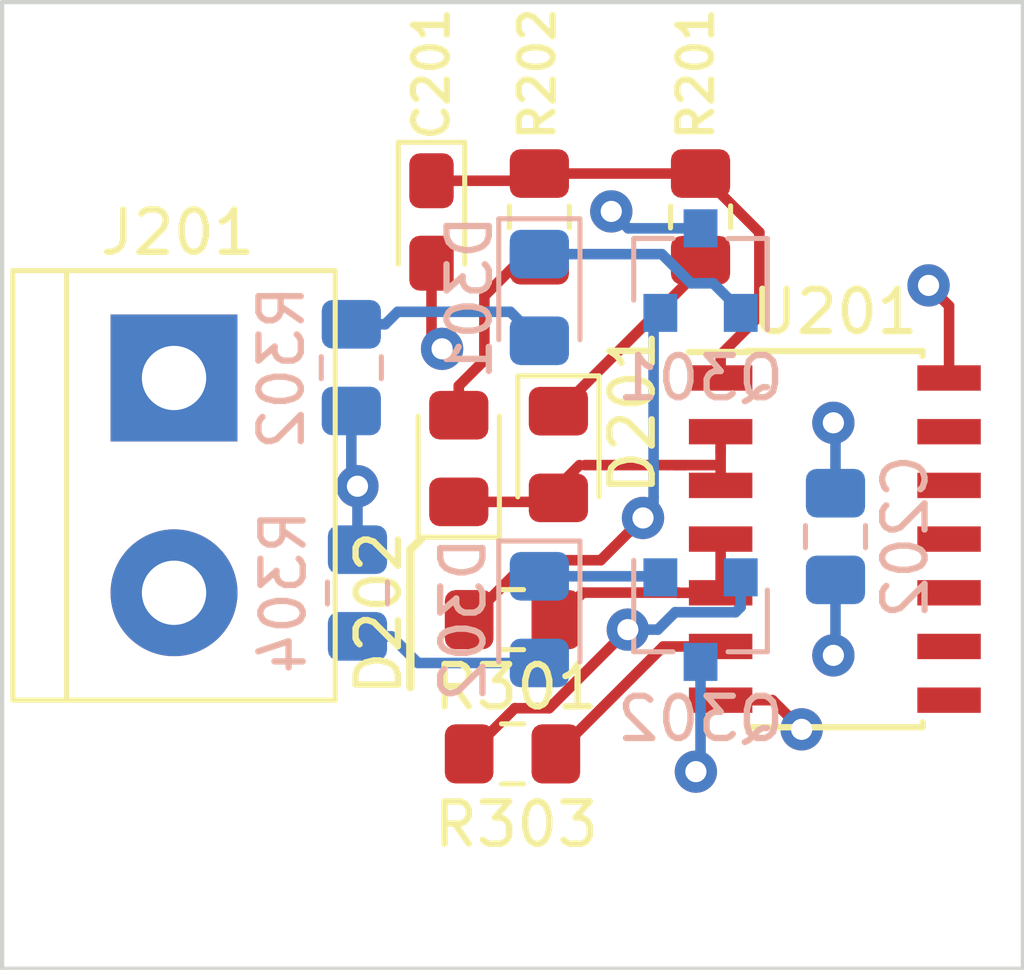
<source format=kicad_pcb>
(kicad_pcb (version 20171130) (host pcbnew "(5.0.0)")

  (general
    (thickness 1.6)
    (drawings 8)
    (tracks 90)
    (zones 0)
    (modules 20)
    (nets 15)
  )

  (page A4)
  (layers
    (0 F.Cu signal hide)
    (1 In1.Cu.GND power hide)
    (2 In2.Cu.VCC power hide)
    (31 B.Cu signal)
    (32 B.Adhes user hide)
    (33 F.Adhes user hide)
    (34 B.Paste user hide)
    (35 F.Paste user hide)
    (36 B.SilkS user)
    (37 F.SilkS user hide)
    (38 B.Mask user hide)
    (39 F.Mask user hide)
    (40 Dwgs.User user hide)
    (41 Cmts.User user)
    (42 Eco1.User user)
    (43 Eco2.User user)
    (44 Edge.Cuts user)
    (45 Margin user)
    (46 B.CrtYd user hide)
    (47 F.CrtYd user hide)
    (48 B.Fab user hide)
    (49 F.Fab user hide)
  )

  (setup
    (last_trace_width 0.25)
    (user_trace_width 0.3)
    (user_trace_width 0.5)
    (user_trace_width 0.8)
    (user_trace_width 1)
    (trace_clearance 0.25)
    (zone_clearance 0.508)
    (zone_45_only no)
    (trace_min 0.2)
    (segment_width 0.2)
    (edge_width 0.1)
    (via_size 1)
    (via_drill 0.5)
    (via_min_size 0.4)
    (via_min_drill 0.3)
    (user_via 1.4 0.7)
    (uvia_size 0.3)
    (uvia_drill 0.1)
    (uvias_allowed no)
    (uvia_min_size 0.2)
    (uvia_min_drill 0.1)
    (pcb_text_width 0.3)
    (pcb_text_size 1.5 1.5)
    (mod_edge_width 0.15)
    (mod_text_size 1 1)
    (mod_text_width 0.15)
    (pad_size 1.5 1.5)
    (pad_drill 0.6)
    (pad_to_mask_clearance 0)
    (aux_axis_origin 0 0)
    (visible_elements FFFFFF7F)
    (pcbplotparams
      (layerselection 0x010fc_ffffffff)
      (usegerberextensions false)
      (usegerberattributes false)
      (usegerberadvancedattributes false)
      (creategerberjobfile false)
      (excludeedgelayer true)
      (linewidth 0.100000)
      (plotframeref false)
      (viasonmask false)
      (mode 1)
      (useauxorigin false)
      (hpglpennumber 1)
      (hpglpenspeed 20)
      (hpglpendiameter 15.000000)
      (psnegative false)
      (psa4output false)
      (plotreference true)
      (plotvalue true)
      (plotinvisibletext false)
      (padsonsilk false)
      (subtractmaskfromsilk false)
      (outputformat 1)
      (mirror false)
      (drillshape 1)
      (scaleselection 1)
      (outputdirectory ""))
  )

  (net 0 "")
  (net 1 "Net-(C201-Pad1)")
  (net 2 GND)
  (net 3 +5V)
  (net 4 "Net-(D201-Pad2)")
  (net 5 "Net-(D201-Pad1)")
  (net 6 "Net-(D202-Pad2)")
  (net 7 "Net-(D301-Pad1)")
  (net 8 "Net-(D301-Pad2)")
  (net 9 "Net-(D302-Pad2)")
  (net 10 "Net-(D302-Pad1)")
  (net 11 "Net-(Q301-Pad2)")
  (net 12 "Net-(Q302-Pad2)")
  (net 13 "/Circuito con leds/LED1")
  (net 14 "/Circuito con leds/LED2")

  (net_class Default "Esta es la clase de red por defecto."
    (clearance 0.25)
    (trace_width 0.25)
    (via_dia 1)
    (via_drill 0.5)
    (uvia_dia 0.3)
    (uvia_drill 0.1)
    (add_net +5V)
    (add_net "/Circuito con leds/LED1")
    (add_net "/Circuito con leds/LED2")
    (add_net GND)
    (add_net "Net-(C201-Pad1)")
    (add_net "Net-(D201-Pad1)")
    (add_net "Net-(D201-Pad2)")
    (add_net "Net-(D202-Pad2)")
    (add_net "Net-(D301-Pad1)")
    (add_net "Net-(D301-Pad2)")
    (add_net "Net-(D302-Pad1)")
    (add_net "Net-(D302-Pad2)")
    (add_net "Net-(Q301-Pad2)")
    (add_net "Net-(Q302-Pad2)")
  )

  (module Capacitor_Tantalum_SMD:CP_EIA-2012-12_Kemet-R_Pad1.30x1.05mm_HandSolder (layer F.Cu) (tedit 5BB7F7EF) (tstamp 5BC43430)
    (at 175.25 56 270)
    (descr "Tantalum Capacitor SMD Kemet-R (2012-12 Metric), IPC_7351 nominal, (Body size from: https://www.vishay.com/docs/40182/tmch.pdf), generated with kicad-footprint-generator")
    (tags "capacitor tantalum")
    (path /5BB7D356/5BB7E09E)
    (attr smd)
    (fp_text reference C201 (at -3.5 0 270) (layer F.SilkS)
      (effects (font (size 0.8 0.8) (thickness 0.15)))
    )
    (fp_text value CP (at 0 1.58 270) (layer F.Fab)
      (effects (font (size 1 1) (thickness 0.15)))
    )
    (fp_line (start 1 -0.625) (end -0.6875 -0.625) (layer F.Fab) (width 0.1))
    (fp_line (start -0.6875 -0.625) (end -1 -0.3125) (layer F.Fab) (width 0.1))
    (fp_line (start -1 -0.3125) (end -1 0.625) (layer F.Fab) (width 0.1))
    (fp_line (start -1 0.625) (end 1 0.625) (layer F.Fab) (width 0.1))
    (fp_line (start 1 0.625) (end 1 -0.625) (layer F.Fab) (width 0.1))
    (fp_line (start 1 -0.785) (end -1.885 -0.785) (layer F.SilkS) (width 0.12))
    (fp_line (start -1.885 -0.785) (end -1.885 0.785) (layer F.SilkS) (width 0.12))
    (fp_line (start -1.885 0.785) (end 1 0.785) (layer F.SilkS) (width 0.12))
    (fp_line (start -1.88 0.88) (end -1.88 -0.88) (layer F.CrtYd) (width 0.05))
    (fp_line (start -1.88 -0.88) (end 1.88 -0.88) (layer F.CrtYd) (width 0.05))
    (fp_line (start 1.88 -0.88) (end 1.88 0.88) (layer F.CrtYd) (width 0.05))
    (fp_line (start 1.88 0.88) (end -1.88 0.88) (layer F.CrtYd) (width 0.05))
    (fp_text user %R (at 0 0 270) (layer F.Fab)
      (effects (font (size 0.5 0.5) (thickness 0.08)))
    )
    (pad 1 smd roundrect (at -0.975 0 270) (size 1.3 1.05) (layers F.Cu F.Paste F.Mask) (roundrect_rratio 0.238095)
      (net 1 "Net-(C201-Pad1)"))
    (pad 2 smd roundrect (at 0.975 0 270) (size 1.3 1.05) (layers F.Cu F.Paste F.Mask) (roundrect_rratio 0.238095)
      (net 2 GND))
    (model ${KISYS3DMOD}/Capacitor_Tantalum_SMD.3dshapes/CP_EIA-2012-12_Kemet-R.wrl
      (at (xyz 0 0 0))
      (scale (xyz 1 1 1))
      (rotate (xyz 0 0 0))
    )
  )

  (module Capacitor_SMD:C_0805_2012Metric_Pad1.15x1.40mm_HandSolder locked (layer B.Cu) (tedit 5B36C52B) (tstamp 5BC43441)
    (at 184.8 63.44 90)
    (descr "Capacitor SMD 0805 (2012 Metric), square (rectangular) end terminal, IPC_7351 nominal with elongated pad for handsoldering. (Body size source: https://docs.google.com/spreadsheets/d/1BsfQQcO9C6DZCsRaXUlFlo91Tg2WpOkGARC1WS5S8t0/edit?usp=sharing), generated with kicad-footprint-generator")
    (tags "capacitor handsolder")
    (path /5BB7D356/5BB7D685)
    (attr smd)
    (fp_text reference C202 (at 0 1.65 90) (layer B.SilkS)
      (effects (font (size 1 1) (thickness 0.15)) (justify mirror))
    )
    (fp_text value 0.1u (at 0 -1.65 90) (layer B.Fab)
      (effects (font (size 1 1) (thickness 0.15)) (justify mirror))
    )
    (fp_line (start -1 -0.6) (end -1 0.6) (layer B.Fab) (width 0.1))
    (fp_line (start -1 0.6) (end 1 0.6) (layer B.Fab) (width 0.1))
    (fp_line (start 1 0.6) (end 1 -0.6) (layer B.Fab) (width 0.1))
    (fp_line (start 1 -0.6) (end -1 -0.6) (layer B.Fab) (width 0.1))
    (fp_line (start -0.261252 0.71) (end 0.261252 0.71) (layer B.SilkS) (width 0.12))
    (fp_line (start -0.261252 -0.71) (end 0.261252 -0.71) (layer B.SilkS) (width 0.12))
    (fp_line (start -1.85 -0.95) (end -1.85 0.95) (layer B.CrtYd) (width 0.05))
    (fp_line (start -1.85 0.95) (end 1.85 0.95) (layer B.CrtYd) (width 0.05))
    (fp_line (start 1.85 0.95) (end 1.85 -0.95) (layer B.CrtYd) (width 0.05))
    (fp_line (start 1.85 -0.95) (end -1.85 -0.95) (layer B.CrtYd) (width 0.05))
    (fp_text user %R (at 0 0.635 90) (layer B.Fab)
      (effects (font (size 0.5 0.5) (thickness 0.08)) (justify mirror))
    )
    (pad 1 smd roundrect (at -1.025 0 90) (size 1.15 1.4) (layers B.Cu B.Paste B.Mask) (roundrect_rratio 0.217391)
      (net 3 +5V))
    (pad 2 smd roundrect (at 1.025 0 90) (size 1.15 1.4) (layers B.Cu B.Paste B.Mask) (roundrect_rratio 0.217391)
      (net 2 GND))
    (model ${KISYS3DMOD}/Capacitor_SMD.3dshapes/C_0805_2012Metric.wrl
      (at (xyz 0 0 0))
      (scale (xyz 1 1 1))
      (rotate (xyz 0 0 0))
    )
  )

  (module Diode_SMD:D_0805_2012Metric_Pad1.15x1.40mm_HandSolder (layer F.Cu) (tedit 5B4B45C8) (tstamp 5BC43454)
    (at 178.25 61.5 270)
    (descr "Diode SMD 0805 (2012 Metric), square (rectangular) end terminal, IPC_7351 nominal, (Body size source: https://docs.google.com/spreadsheets/d/1BsfQQcO9C6DZCsRaXUlFlo91Tg2WpOkGARC1WS5S8t0/edit?usp=sharing), generated with kicad-footprint-generator")
    (tags "diode handsolder")
    (path /5BB7D356/5BB7DE05)
    (attr smd)
    (fp_text reference D201 (at -1 -1.75 270) (layer F.SilkS)
      (effects (font (size 1 1) (thickness 0.15)))
    )
    (fp_text value 1N4148 (at 0 1.65 270) (layer F.Fab)
      (effects (font (size 1 1) (thickness 0.15)))
    )
    (fp_text user %R (at 0 0 270) (layer F.Fab)
      (effects (font (size 0.5 0.5) (thickness 0.08)))
    )
    (fp_line (start 1.85 0.95) (end -1.85 0.95) (layer F.CrtYd) (width 0.05))
    (fp_line (start 1.85 -0.95) (end 1.85 0.95) (layer F.CrtYd) (width 0.05))
    (fp_line (start -1.85 -0.95) (end 1.85 -0.95) (layer F.CrtYd) (width 0.05))
    (fp_line (start -1.85 0.95) (end -1.85 -0.95) (layer F.CrtYd) (width 0.05))
    (fp_line (start -1.86 0.96) (end 1 0.96) (layer F.SilkS) (width 0.12))
    (fp_line (start -1.86 -0.96) (end -1.86 0.96) (layer F.SilkS) (width 0.12))
    (fp_line (start 1 -0.96) (end -1.86 -0.96) (layer F.SilkS) (width 0.12))
    (fp_line (start 1 0.6) (end 1 -0.6) (layer F.Fab) (width 0.1))
    (fp_line (start -1 0.6) (end 1 0.6) (layer F.Fab) (width 0.1))
    (fp_line (start -1 -0.3) (end -1 0.6) (layer F.Fab) (width 0.1))
    (fp_line (start -0.7 -0.6) (end -1 -0.3) (layer F.Fab) (width 0.1))
    (fp_line (start 1 -0.6) (end -0.7 -0.6) (layer F.Fab) (width 0.1))
    (pad 2 smd roundrect (at 1.025 0 270) (size 1.15 1.4) (layers F.Cu F.Paste F.Mask) (roundrect_rratio 0.217391)
      (net 4 "Net-(D201-Pad2)"))
    (pad 1 smd roundrect (at -1.025 0 270) (size 1.15 1.4) (layers F.Cu F.Paste F.Mask) (roundrect_rratio 0.217391)
      (net 5 "Net-(D201-Pad1)"))
    (model ${KISYS3DMOD}/Diode_SMD.3dshapes/D_0805_2012Metric.wrl
      (at (xyz 0 0 0))
      (scale (xyz 1 1 1))
      (rotate (xyz 0 0 0))
    )
  )

  (module Diode_SMD:D_0805_2012Metric_Pad1.15x1.40mm_HandSolder (layer F.Cu) (tedit 5B4B45C8) (tstamp 5BC43467)
    (at 175.895 61.595 90)
    (descr "Diode SMD 0805 (2012 Metric), square (rectangular) end terminal, IPC_7351 nominal, (Body size source: https://docs.google.com/spreadsheets/d/1BsfQQcO9C6DZCsRaXUlFlo91Tg2WpOkGARC1WS5S8t0/edit?usp=sharing), generated with kicad-footprint-generator")
    (tags "diode handsolder")
    (path /5BB7D356/5BB7DF7F)
    (attr smd)
    (fp_text reference D202 (at -3.655 -1.895 90) (layer F.SilkS)
      (effects (font (size 1 1) (thickness 0.15)))
    )
    (fp_text value 1N4148 (at 0 1.65 90) (layer F.Fab)
      (effects (font (size 1 1) (thickness 0.15)))
    )
    (fp_line (start 1 -0.6) (end -0.7 -0.6) (layer F.Fab) (width 0.1))
    (fp_line (start -0.7 -0.6) (end -1 -0.3) (layer F.Fab) (width 0.1))
    (fp_line (start -1 -0.3) (end -1 0.6) (layer F.Fab) (width 0.1))
    (fp_line (start -1 0.6) (end 1 0.6) (layer F.Fab) (width 0.1))
    (fp_line (start 1 0.6) (end 1 -0.6) (layer F.Fab) (width 0.1))
    (fp_line (start 1 -0.96) (end -1.86 -0.96) (layer F.SilkS) (width 0.12))
    (fp_line (start -1.86 -0.96) (end -1.86 0.96) (layer F.SilkS) (width 0.12))
    (fp_line (start -1.86 0.96) (end 1 0.96) (layer F.SilkS) (width 0.12))
    (fp_line (start -1.85 0.95) (end -1.85 -0.95) (layer F.CrtYd) (width 0.05))
    (fp_line (start -1.85 -0.95) (end 1.85 -0.95) (layer F.CrtYd) (width 0.05))
    (fp_line (start 1.85 -0.95) (end 1.85 0.95) (layer F.CrtYd) (width 0.05))
    (fp_line (start 1.85 0.95) (end -1.85 0.95) (layer F.CrtYd) (width 0.05))
    (fp_text user %R (at 0 0 90) (layer F.Fab)
      (effects (font (size 0.5 0.5) (thickness 0.08)))
    )
    (pad 1 smd roundrect (at -1.025 0 90) (size 1.15 1.4) (layers F.Cu F.Paste F.Mask) (roundrect_rratio 0.217391)
      (net 4 "Net-(D201-Pad2)"))
    (pad 2 smd roundrect (at 1.025 0 90) (size 1.15 1.4) (layers F.Cu F.Paste F.Mask) (roundrect_rratio 0.217391)
      (net 6 "Net-(D202-Pad2)"))
    (model ${KISYS3DMOD}/Diode_SMD.3dshapes/D_0805_2012Metric.wrl
      (at (xyz 0 0 0))
      (scale (xyz 1 1 1))
      (rotate (xyz 0 0 0))
    )
  )

  (module Diode_SMD:D_0805_2012Metric_Pad1.15x1.40mm_HandSolder (layer B.Cu) (tedit 5B4B45C8) (tstamp 5BC4347A)
    (at 177.8 57.785 270)
    (descr "Diode SMD 0805 (2012 Metric), square (rectangular) end terminal, IPC_7351 nominal, (Body size source: https://docs.google.com/spreadsheets/d/1BsfQQcO9C6DZCsRaXUlFlo91Tg2WpOkGARC1WS5S8t0/edit?usp=sharing), generated with kicad-footprint-generator")
    (tags "diode handsolder")
    (path /5BB7D37D/5BB84A12)
    (attr smd)
    (fp_text reference D301 (at 0 1.65 270) (layer B.SilkS)
      (effects (font (size 1 1) (thickness 0.15)) (justify mirror))
    )
    (fp_text value "LED ROJO" (at 0 -1.65 270) (layer B.Fab)
      (effects (font (size 1 1) (thickness 0.15)) (justify mirror))
    )
    (fp_line (start 1 0.6) (end -0.7 0.6) (layer B.Fab) (width 0.1))
    (fp_line (start -0.7 0.6) (end -1 0.3) (layer B.Fab) (width 0.1))
    (fp_line (start -1 0.3) (end -1 -0.6) (layer B.Fab) (width 0.1))
    (fp_line (start -1 -0.6) (end 1 -0.6) (layer B.Fab) (width 0.1))
    (fp_line (start 1 -0.6) (end 1 0.6) (layer B.Fab) (width 0.1))
    (fp_line (start 1 0.96) (end -1.86 0.96) (layer B.SilkS) (width 0.12))
    (fp_line (start -1.86 0.96) (end -1.86 -0.96) (layer B.SilkS) (width 0.12))
    (fp_line (start -1.86 -0.96) (end 1 -0.96) (layer B.SilkS) (width 0.12))
    (fp_line (start -1.85 -0.95) (end -1.85 0.95) (layer B.CrtYd) (width 0.05))
    (fp_line (start -1.85 0.95) (end 1.85 0.95) (layer B.CrtYd) (width 0.05))
    (fp_line (start 1.85 0.95) (end 1.85 -0.95) (layer B.CrtYd) (width 0.05))
    (fp_line (start 1.85 -0.95) (end -1.85 -0.95) (layer B.CrtYd) (width 0.05))
    (fp_text user %R (at 0 0 270) (layer B.Fab)
      (effects (font (size 0.5 0.5) (thickness 0.08)) (justify mirror))
    )
    (pad 1 smd roundrect (at -1.025 0 270) (size 1.15 1.4) (layers B.Cu B.Paste B.Mask) (roundrect_rratio 0.217391)
      (net 7 "Net-(D301-Pad1)"))
    (pad 2 smd roundrect (at 1.025 0 270) (size 1.15 1.4) (layers B.Cu B.Paste B.Mask) (roundrect_rratio 0.217391)
      (net 8 "Net-(D301-Pad2)"))
    (model ${KISYS3DMOD}/Diode_SMD.3dshapes/D_0805_2012Metric.wrl
      (at (xyz 0 0 0))
      (scale (xyz 1 1 1))
      (rotate (xyz 0 0 0))
    )
  )

  (module Diode_SMD:D_0805_2012Metric_Pad1.15x1.40mm_HandSolder (layer B.Cu) (tedit 5B4B45C8) (tstamp 5BC4348D)
    (at 177.8 65.405 270)
    (descr "Diode SMD 0805 (2012 Metric), square (rectangular) end terminal, IPC_7351 nominal, (Body size source: https://docs.google.com/spreadsheets/d/1BsfQQcO9C6DZCsRaXUlFlo91Tg2WpOkGARC1WS5S8t0/edit?usp=sharing), generated with kicad-footprint-generator")
    (tags "diode handsolder")
    (path /5BB7D37D/5BB84D88)
    (attr smd)
    (fp_text reference D302 (at 0 1.8 270) (layer B.SilkS)
      (effects (font (size 1 1) (thickness 0.15)) (justify mirror))
    )
    (fp_text value "LED ROJO" (at 0 -1.65 270) (layer B.Fab)
      (effects (font (size 1 1) (thickness 0.15)) (justify mirror))
    )
    (fp_text user %R (at 0 0 270) (layer B.Fab)
      (effects (font (size 0.5 0.5) (thickness 0.08)) (justify mirror))
    )
    (fp_line (start 1.85 -0.95) (end -1.85 -0.95) (layer B.CrtYd) (width 0.05))
    (fp_line (start 1.85 0.95) (end 1.85 -0.95) (layer B.CrtYd) (width 0.05))
    (fp_line (start -1.85 0.95) (end 1.85 0.95) (layer B.CrtYd) (width 0.05))
    (fp_line (start -1.85 -0.95) (end -1.85 0.95) (layer B.CrtYd) (width 0.05))
    (fp_line (start -1.86 -0.96) (end 1 -0.96) (layer B.SilkS) (width 0.12))
    (fp_line (start -1.86 0.96) (end -1.86 -0.96) (layer B.SilkS) (width 0.12))
    (fp_line (start 1 0.96) (end -1.86 0.96) (layer B.SilkS) (width 0.12))
    (fp_line (start 1 -0.6) (end 1 0.6) (layer B.Fab) (width 0.1))
    (fp_line (start -1 -0.6) (end 1 -0.6) (layer B.Fab) (width 0.1))
    (fp_line (start -1 0.3) (end -1 -0.6) (layer B.Fab) (width 0.1))
    (fp_line (start -0.7 0.6) (end -1 0.3) (layer B.Fab) (width 0.1))
    (fp_line (start 1 0.6) (end -0.7 0.6) (layer B.Fab) (width 0.1))
    (pad 2 smd roundrect (at 1.025 0 270) (size 1.15 1.4) (layers B.Cu B.Paste B.Mask) (roundrect_rratio 0.217391)
      (net 9 "Net-(D302-Pad2)"))
    (pad 1 smd roundrect (at -1.025 0 270) (size 1.15 1.4) (layers B.Cu B.Paste B.Mask) (roundrect_rratio 0.217391)
      (net 10 "Net-(D302-Pad1)"))
    (model ${KISYS3DMOD}/Diode_SMD.3dshapes/D_0805_2012Metric.wrl
      (at (xyz 0 0 0))
      (scale (xyz 1 1 1))
      (rotate (xyz 0 0 0))
    )
  )

  (module TerminalBlock:TerminalBlock_bornier-2_P5.08mm (layer F.Cu) (tedit 59FF03AB) (tstamp 5BC434A2)
    (at 169.164 59.69 270)
    (descr "simple 2-pin terminal block, pitch 5.08mm, revamped version of bornier2")
    (tags "terminal block bornier2")
    (path /5BB7D356/5BB7D565)
    (fp_text reference J201 (at -3.44 -0.086) (layer F.SilkS)
      (effects (font (size 1 1) (thickness 0.15)))
    )
    (fp_text value Conn_01x02 (at 2.54 5.08 270) (layer F.Fab)
      (effects (font (size 1 1) (thickness 0.15)))
    )
    (fp_text user %R (at 2.54 0 270) (layer F.Fab)
      (effects (font (size 1 1) (thickness 0.15)))
    )
    (fp_line (start -2.41 2.55) (end 7.49 2.55) (layer F.Fab) (width 0.1))
    (fp_line (start -2.46 -3.75) (end -2.46 3.75) (layer F.Fab) (width 0.1))
    (fp_line (start -2.46 3.75) (end 7.54 3.75) (layer F.Fab) (width 0.1))
    (fp_line (start 7.54 3.75) (end 7.54 -3.75) (layer F.Fab) (width 0.1))
    (fp_line (start 7.54 -3.75) (end -2.46 -3.75) (layer F.Fab) (width 0.1))
    (fp_line (start 7.62 2.54) (end -2.54 2.54) (layer F.SilkS) (width 0.12))
    (fp_line (start 7.62 3.81) (end 7.62 -3.81) (layer F.SilkS) (width 0.12))
    (fp_line (start 7.62 -3.81) (end -2.54 -3.81) (layer F.SilkS) (width 0.12))
    (fp_line (start -2.54 -3.81) (end -2.54 3.81) (layer F.SilkS) (width 0.12))
    (fp_line (start -2.54 3.81) (end 7.62 3.81) (layer F.SilkS) (width 0.12))
    (fp_line (start -2.71 -4) (end 7.79 -4) (layer F.CrtYd) (width 0.05))
    (fp_line (start -2.71 -4) (end -2.71 4) (layer F.CrtYd) (width 0.05))
    (fp_line (start 7.79 4) (end 7.79 -4) (layer F.CrtYd) (width 0.05))
    (fp_line (start 7.79 4) (end -2.71 4) (layer F.CrtYd) (width 0.05))
    (pad 1 thru_hole rect (at 0 0 270) (size 3 3) (drill 1.52) (layers *.Cu *.Mask)
      (net 2 GND))
    (pad 2 thru_hole circle (at 5.08 0 270) (size 3 3) (drill 1.52) (layers *.Cu *.Mask)
      (net 3 +5V))
    (model ${KISYS3DMOD}/TerminalBlock.3dshapes/TerminalBlock_bornier-2_P5.08mm.wrl
      (offset (xyz 2.539999961853027 0 0))
      (scale (xyz 1 1 1))
      (rotate (xyz 0 0 0))
    )
  )

  (module MountingHole:MountingHole_2.2mm_M2 (layer F.Cu) (tedit 5BB7EDF3) (tstamp 5BC434AA)
    (at 167.64 71.12)
    (descr "Mounting Hole 2.2mm, no annular, M2")
    (tags "mounting hole 2.2mm no annular m2")
    (path /5BB87076)
    (attr virtual)
    (fp_text reference MH101 (at 0 3.175) (layer F.SilkS) hide
      (effects (font (size 1 1) (thickness 0.15)))
    )
    (fp_text value MountingHole (at 0 3.2) (layer F.Fab)
      (effects (font (size 1 1) (thickness 0.15)))
    )
    (fp_circle (center 0 0) (end 2.45 0) (layer F.CrtYd) (width 0.05))
    (fp_circle (center 0 0) (end 2.2 0) (layer Cmts.User) (width 0.15))
    (fp_text user %R (at 0.3 0) (layer F.Fab)
      (effects (font (size 1 1) (thickness 0.15)))
    )
    (pad 1 np_thru_hole circle (at 0 0) (size 2.2 2.2) (drill 2.2) (layers *.Cu *.Mask))
  )

  (module MountingHole:MountingHole_2.2mm_M2 (layer F.Cu) (tedit 5BB7EDE8) (tstamp 5BC434B2)
    (at 167.64 53.34)
    (descr "Mounting Hole 2.2mm, no annular, M2")
    (tags "mounting hole 2.2mm no annular m2")
    (path /5BB87144)
    (attr virtual)
    (fp_text reference MH102 (at 0 -3.048) (layer F.SilkS) hide
      (effects (font (size 1 1) (thickness 0.15)))
    )
    (fp_text value MountingHole (at 0 3.2) (layer F.Fab)
      (effects (font (size 1 1) (thickness 0.15)))
    )
    (fp_text user %R (at 0.3 0) (layer F.Fab)
      (effects (font (size 1 1) (thickness 0.15)))
    )
    (fp_circle (center 0 0) (end 2.2 0) (layer Cmts.User) (width 0.15))
    (fp_circle (center 0 0) (end 2.45 0) (layer F.CrtYd) (width 0.05))
    (pad 1 np_thru_hole circle (at 0 0) (size 2.2 2.2) (drill 2.2) (layers *.Cu *.Mask))
  )

  (module MountingHole:MountingHole_2.2mm_M2 (layer F.Cu) (tedit 5BB7EDF5) (tstamp 5BC434BA)
    (at 186.69 71.12)
    (descr "Mounting Hole 2.2mm, no annular, M2")
    (tags "mounting hole 2.2mm no annular m2")
    (path /5BB8710C)
    (attr virtual)
    (fp_text reference MH103 (at 0 3.175) (layer F.SilkS) hide
      (effects (font (size 1 1) (thickness 0.15)))
    )
    (fp_text value MountingHole (at 0 3.2) (layer F.Fab)
      (effects (font (size 1 1) (thickness 0.15)))
    )
    (fp_text user %R (at 0.3 0) (layer F.Fab)
      (effects (font (size 1 1) (thickness 0.15)))
    )
    (fp_circle (center 0 0) (end 2.2 0) (layer Cmts.User) (width 0.15))
    (fp_circle (center 0 0) (end 2.45 0) (layer F.CrtYd) (width 0.05))
    (pad 1 np_thru_hole circle (at 0 0) (size 2.2 2.2) (drill 2.2) (layers *.Cu *.Mask))
  )

  (module MountingHole:MountingHole_2.2mm_M2 (layer F.Cu) (tedit 5BB7EDEC) (tstamp 5BC434C2)
    (at 186.69 53.34)
    (descr "Mounting Hole 2.2mm, no annular, M2")
    (tags "mounting hole 2.2mm no annular m2")
    (path /5BB8716A)
    (attr virtual)
    (fp_text reference MH104 (at 0 -3.2) (layer F.SilkS) hide
      (effects (font (size 1 1) (thickness 0.15)))
    )
    (fp_text value MountingHole (at 0 3.2) (layer F.Fab)
      (effects (font (size 1 1) (thickness 0.15)))
    )
    (fp_circle (center 0 0) (end 2.45 0) (layer F.CrtYd) (width 0.05))
    (fp_circle (center 0 0) (end 2.2 0) (layer Cmts.User) (width 0.15))
    (fp_text user %R (at 0.3 0) (layer F.Fab)
      (effects (font (size 1 1) (thickness 0.15)))
    )
    (pad 1 np_thru_hole circle (at 0 0) (size 2.2 2.2) (drill 2.2) (layers *.Cu *.Mask))
  )

  (module Package_TO_SOT_SMD:SOT-23 (layer B.Cu) (tedit 5A02FF57) (tstamp 5BC434D7)
    (at 181.61 57.15 90)
    (descr "SOT-23, Standard")
    (tags SOT-23)
    (path /5BB7D37D/5BB87370)
    (attr smd)
    (fp_text reference Q301 (at -2.54 0 180) (layer B.SilkS)
      (effects (font (size 1 1) (thickness 0.15)) (justify mirror))
    )
    (fp_text value BC546 (at 0 -2.5 90) (layer B.Fab)
      (effects (font (size 1 1) (thickness 0.15)) (justify mirror))
    )
    (fp_text user %R (at 0 0) (layer B.Fab)
      (effects (font (size 0.5 0.5) (thickness 0.075)) (justify mirror))
    )
    (fp_line (start -0.7 0.95) (end -0.7 -1.5) (layer B.Fab) (width 0.1))
    (fp_line (start -0.15 1.52) (end 0.7 1.52) (layer B.Fab) (width 0.1))
    (fp_line (start -0.7 0.95) (end -0.15 1.52) (layer B.Fab) (width 0.1))
    (fp_line (start 0.7 1.52) (end 0.7 -1.52) (layer B.Fab) (width 0.1))
    (fp_line (start -0.7 -1.52) (end 0.7 -1.52) (layer B.Fab) (width 0.1))
    (fp_line (start 0.76 -1.58) (end 0.76 -0.65) (layer B.SilkS) (width 0.12))
    (fp_line (start 0.76 1.58) (end 0.76 0.65) (layer B.SilkS) (width 0.12))
    (fp_line (start -1.7 1.75) (end 1.7 1.75) (layer B.CrtYd) (width 0.05))
    (fp_line (start 1.7 1.75) (end 1.7 -1.75) (layer B.CrtYd) (width 0.05))
    (fp_line (start 1.7 -1.75) (end -1.7 -1.75) (layer B.CrtYd) (width 0.05))
    (fp_line (start -1.7 -1.75) (end -1.7 1.75) (layer B.CrtYd) (width 0.05))
    (fp_line (start 0.76 1.58) (end -1.4 1.58) (layer B.SilkS) (width 0.12))
    (fp_line (start 0.76 -1.58) (end -0.7 -1.58) (layer B.SilkS) (width 0.12))
    (pad 1 smd rect (at -1 0.95 90) (size 0.9 0.8) (layers B.Cu B.Paste B.Mask)
      (net 7 "Net-(D301-Pad1)"))
    (pad 2 smd rect (at -1 -0.95 90) (size 0.9 0.8) (layers B.Cu B.Paste B.Mask)
      (net 11 "Net-(Q301-Pad2)"))
    (pad 3 smd rect (at 1 0 90) (size 0.9 0.8) (layers B.Cu B.Paste B.Mask)
      (net 2 GND))
    (model ${KISYS3DMOD}/Package_TO_SOT_SMD.3dshapes/SOT-23.wrl
      (at (xyz 0 0 0))
      (scale (xyz 1 1 1))
      (rotate (xyz 0 0 0))
    )
  )

  (module Package_TO_SOT_SMD:SOT-23 (layer B.Cu) (tedit 5A02FF57) (tstamp 5BC434EC)
    (at 181.61 65.405 270)
    (descr "SOT-23, Standard")
    (tags SOT-23)
    (path /5BB7D37D/5BB87247)
    (attr smd)
    (fp_text reference Q302 (at 2.345 0 180) (layer B.SilkS)
      (effects (font (size 1 1) (thickness 0.15)) (justify mirror))
    )
    (fp_text value BC546 (at 0 -2.5 270) (layer B.Fab)
      (effects (font (size 1 1) (thickness 0.15)) (justify mirror))
    )
    (fp_line (start 0.76 -1.58) (end -0.7 -1.58) (layer B.SilkS) (width 0.12))
    (fp_line (start 0.76 1.58) (end -1.4 1.58) (layer B.SilkS) (width 0.12))
    (fp_line (start -1.7 -1.75) (end -1.7 1.75) (layer B.CrtYd) (width 0.05))
    (fp_line (start 1.7 -1.75) (end -1.7 -1.75) (layer B.CrtYd) (width 0.05))
    (fp_line (start 1.7 1.75) (end 1.7 -1.75) (layer B.CrtYd) (width 0.05))
    (fp_line (start -1.7 1.75) (end 1.7 1.75) (layer B.CrtYd) (width 0.05))
    (fp_line (start 0.76 1.58) (end 0.76 0.65) (layer B.SilkS) (width 0.12))
    (fp_line (start 0.76 -1.58) (end 0.76 -0.65) (layer B.SilkS) (width 0.12))
    (fp_line (start -0.7 -1.52) (end 0.7 -1.52) (layer B.Fab) (width 0.1))
    (fp_line (start 0.7 1.52) (end 0.7 -1.52) (layer B.Fab) (width 0.1))
    (fp_line (start -0.7 0.95) (end -0.15 1.52) (layer B.Fab) (width 0.1))
    (fp_line (start -0.15 1.52) (end 0.7 1.52) (layer B.Fab) (width 0.1))
    (fp_line (start -0.7 0.95) (end -0.7 -1.5) (layer B.Fab) (width 0.1))
    (fp_text user %R (at 0 0 180) (layer B.Fab)
      (effects (font (size 0.5 0.5) (thickness 0.075)) (justify mirror))
    )
    (pad 3 smd rect (at 1 0 270) (size 0.9 0.8) (layers B.Cu B.Paste B.Mask)
      (net 2 GND))
    (pad 2 smd rect (at -1 -0.95 270) (size 0.9 0.8) (layers B.Cu B.Paste B.Mask)
      (net 12 "Net-(Q302-Pad2)"))
    (pad 1 smd rect (at -1 0.95 270) (size 0.9 0.8) (layers B.Cu B.Paste B.Mask)
      (net 10 "Net-(D302-Pad1)"))
    (model ${KISYS3DMOD}/Package_TO_SOT_SMD.3dshapes/SOT-23.wrl
      (at (xyz 0 0 0))
      (scale (xyz 1 1 1))
      (rotate (xyz 0 0 0))
    )
  )

  (module Resistor_SMD:R_0805_2012Metric_Pad1.15x1.40mm_HandSolder (layer F.Cu) (tedit 5BB7F7DB) (tstamp 5BC434FD)
    (at 181.61 55.88 90)
    (descr "Resistor SMD 0805 (2012 Metric), square (rectangular) end terminal, IPC_7351 nominal with elongated pad for handsoldering. (Body size source: https://docs.google.com/spreadsheets/d/1BsfQQcO9C6DZCsRaXUlFlo91Tg2WpOkGARC1WS5S8t0/edit?usp=sharing), generated with kicad-footprint-generator")
    (tags "resistor handsolder")
    (path /5BB7D356/5BB7DFFE)
    (attr smd)
    (fp_text reference R201 (at 3.38 -0.11 90) (layer F.SilkS)
      (effects (font (size 0.8 0.8) (thickness 0.15)))
    )
    (fp_text value 100K (at 0 1.65 90) (layer F.Fab)
      (effects (font (size 1 1) (thickness 0.15)))
    )
    (fp_line (start -1 0.6) (end -1 -0.6) (layer F.Fab) (width 0.1))
    (fp_line (start -1 -0.6) (end 1 -0.6) (layer F.Fab) (width 0.1))
    (fp_line (start 1 -0.6) (end 1 0.6) (layer F.Fab) (width 0.1))
    (fp_line (start 1 0.6) (end -1 0.6) (layer F.Fab) (width 0.1))
    (fp_line (start -0.261252 -0.71) (end 0.261252 -0.71) (layer F.SilkS) (width 0.12))
    (fp_line (start -0.261252 0.71) (end 0.261252 0.71) (layer F.SilkS) (width 0.12))
    (fp_line (start -1.85 0.95) (end -1.85 -0.95) (layer F.CrtYd) (width 0.05))
    (fp_line (start -1.85 -0.95) (end 1.85 -0.95) (layer F.CrtYd) (width 0.05))
    (fp_line (start 1.85 -0.95) (end 1.85 0.95) (layer F.CrtYd) (width 0.05))
    (fp_line (start 1.85 0.95) (end -1.85 0.95) (layer F.CrtYd) (width 0.05))
    (fp_text user %R (at 0 0 90) (layer F.Fab)
      (effects (font (size 0.5 0.5) (thickness 0.08)))
    )
    (pad 1 smd roundrect (at -1.025 0 90) (size 1.15 1.4) (layers F.Cu F.Paste F.Mask) (roundrect_rratio 0.217391)
      (net 5 "Net-(D201-Pad1)"))
    (pad 2 smd roundrect (at 1.025 0 90) (size 1.15 1.4) (layers F.Cu F.Paste F.Mask) (roundrect_rratio 0.217391)
      (net 1 "Net-(C201-Pad1)"))
    (model ${KISYS3DMOD}/Resistor_SMD.3dshapes/R_0805_2012Metric.wrl
      (at (xyz 0 0 0))
      (scale (xyz 1 1 1))
      (rotate (xyz 0 0 0))
    )
  )

  (module Resistor_SMD:R_0805_2012Metric_Pad1.15x1.40mm_HandSolder (layer F.Cu) (tedit 5BB7F7E8) (tstamp 5BC4350E)
    (at 177.8 55.88 90)
    (descr "Resistor SMD 0805 (2012 Metric), square (rectangular) end terminal, IPC_7351 nominal with elongated pad for handsoldering. (Body size source: https://docs.google.com/spreadsheets/d/1BsfQQcO9C6DZCsRaXUlFlo91Tg2WpOkGARC1WS5S8t0/edit?usp=sharing), generated with kicad-footprint-generator")
    (tags "resistor handsolder")
    (path /5BB7D356/5BB7E04A)
    (attr smd)
    (fp_text reference R202 (at 3.38 -0.05 90) (layer F.SilkS)
      (effects (font (size 0.8 0.8) (thickness 0.15)))
    )
    (fp_text value 100K (at 0 1.65 90) (layer F.Fab)
      (effects (font (size 1 1) (thickness 0.15)))
    )
    (fp_text user %R (at 0 0 90) (layer F.Fab)
      (effects (font (size 0.5 0.5) (thickness 0.08)))
    )
    (fp_line (start 1.85 0.95) (end -1.85 0.95) (layer F.CrtYd) (width 0.05))
    (fp_line (start 1.85 -0.95) (end 1.85 0.95) (layer F.CrtYd) (width 0.05))
    (fp_line (start -1.85 -0.95) (end 1.85 -0.95) (layer F.CrtYd) (width 0.05))
    (fp_line (start -1.85 0.95) (end -1.85 -0.95) (layer F.CrtYd) (width 0.05))
    (fp_line (start -0.261252 0.71) (end 0.261252 0.71) (layer F.SilkS) (width 0.12))
    (fp_line (start -0.261252 -0.71) (end 0.261252 -0.71) (layer F.SilkS) (width 0.12))
    (fp_line (start 1 0.6) (end -1 0.6) (layer F.Fab) (width 0.1))
    (fp_line (start 1 -0.6) (end 1 0.6) (layer F.Fab) (width 0.1))
    (fp_line (start -1 -0.6) (end 1 -0.6) (layer F.Fab) (width 0.1))
    (fp_line (start -1 0.6) (end -1 -0.6) (layer F.Fab) (width 0.1))
    (pad 2 smd roundrect (at 1.025 0 90) (size 1.15 1.4) (layers F.Cu F.Paste F.Mask) (roundrect_rratio 0.217391)
      (net 1 "Net-(C201-Pad1)"))
    (pad 1 smd roundrect (at -1.025 0 90) (size 1.15 1.4) (layers F.Cu F.Paste F.Mask) (roundrect_rratio 0.217391)
      (net 6 "Net-(D202-Pad2)"))
    (model ${KISYS3DMOD}/Resistor_SMD.3dshapes/R_0805_2012Metric.wrl
      (at (xyz 0 0 0))
      (scale (xyz 1 1 1))
      (rotate (xyz 0 0 0))
    )
  )

  (module Resistor_SMD:R_0805_2012Metric_Pad1.15x1.40mm_HandSolder (layer F.Cu) (tedit 5B36C52B) (tstamp 5BC4351F)
    (at 177.165 65.405)
    (descr "Resistor SMD 0805 (2012 Metric), square (rectangular) end terminal, IPC_7351 nominal with elongated pad for handsoldering. (Body size source: https://docs.google.com/spreadsheets/d/1BsfQQcO9C6DZCsRaXUlFlo91Tg2WpOkGARC1WS5S8t0/edit?usp=sharing), generated with kicad-footprint-generator")
    (tags "resistor handsolder")
    (path /5BB7D37D/5BB83DD5)
    (attr smd)
    (fp_text reference R301 (at 0.085 1.595) (layer F.SilkS)
      (effects (font (size 1 1) (thickness 0.15)))
    )
    (fp_text value 2K2 (at 0 1.65) (layer F.Fab)
      (effects (font (size 1 1) (thickness 0.15)))
    )
    (fp_text user %R (at 0 0) (layer F.Fab)
      (effects (font (size 0.5 0.5) (thickness 0.08)))
    )
    (fp_line (start 1.85 0.95) (end -1.85 0.95) (layer F.CrtYd) (width 0.05))
    (fp_line (start 1.85 -0.95) (end 1.85 0.95) (layer F.CrtYd) (width 0.05))
    (fp_line (start -1.85 -0.95) (end 1.85 -0.95) (layer F.CrtYd) (width 0.05))
    (fp_line (start -1.85 0.95) (end -1.85 -0.95) (layer F.CrtYd) (width 0.05))
    (fp_line (start -0.261252 0.71) (end 0.261252 0.71) (layer F.SilkS) (width 0.12))
    (fp_line (start -0.261252 -0.71) (end 0.261252 -0.71) (layer F.SilkS) (width 0.12))
    (fp_line (start 1 0.6) (end -1 0.6) (layer F.Fab) (width 0.1))
    (fp_line (start 1 -0.6) (end 1 0.6) (layer F.Fab) (width 0.1))
    (fp_line (start -1 -0.6) (end 1 -0.6) (layer F.Fab) (width 0.1))
    (fp_line (start -1 0.6) (end -1 -0.6) (layer F.Fab) (width 0.1))
    (pad 2 smd roundrect (at 1.025 0) (size 1.15 1.4) (layers F.Cu F.Paste F.Mask) (roundrect_rratio 0.217391)
      (net 13 "/Circuito con leds/LED1"))
    (pad 1 smd roundrect (at -1.025 0) (size 1.15 1.4) (layers F.Cu F.Paste F.Mask) (roundrect_rratio 0.217391)
      (net 11 "Net-(Q301-Pad2)"))
    (model ${KISYS3DMOD}/Resistor_SMD.3dshapes/R_0805_2012Metric.wrl
      (at (xyz 0 0 0))
      (scale (xyz 1 1 1))
      (rotate (xyz 0 0 0))
    )
  )

  (module Resistor_SMD:R_0805_2012Metric_Pad1.15x1.40mm_HandSolder (layer B.Cu) (tedit 5B36C52B) (tstamp 5BC43530)
    (at 173.355 59.445 270)
    (descr "Resistor SMD 0805 (2012 Metric), square (rectangular) end terminal, IPC_7351 nominal with elongated pad for handsoldering. (Body size source: https://docs.google.com/spreadsheets/d/1BsfQQcO9C6DZCsRaXUlFlo91Tg2WpOkGARC1WS5S8t0/edit?usp=sharing), generated with kicad-footprint-generator")
    (tags "resistor handsolder")
    (path /5BB7D37D/5BB84220)
    (attr smd)
    (fp_text reference R302 (at 0 1.65 270) (layer B.SilkS)
      (effects (font (size 1 1) (thickness 0.15)) (justify mirror))
    )
    (fp_text value 470R (at 0 -1.65 270) (layer B.Fab)
      (effects (font (size 1 1) (thickness 0.15)) (justify mirror))
    )
    (fp_text user %R (at 0 0 270) (layer B.Fab)
      (effects (font (size 0.5 0.5) (thickness 0.08)) (justify mirror))
    )
    (fp_line (start 1.85 -0.95) (end -1.85 -0.95) (layer B.CrtYd) (width 0.05))
    (fp_line (start 1.85 0.95) (end 1.85 -0.95) (layer B.CrtYd) (width 0.05))
    (fp_line (start -1.85 0.95) (end 1.85 0.95) (layer B.CrtYd) (width 0.05))
    (fp_line (start -1.85 -0.95) (end -1.85 0.95) (layer B.CrtYd) (width 0.05))
    (fp_line (start -0.261252 -0.71) (end 0.261252 -0.71) (layer B.SilkS) (width 0.12))
    (fp_line (start -0.261252 0.71) (end 0.261252 0.71) (layer B.SilkS) (width 0.12))
    (fp_line (start 1 -0.6) (end -1 -0.6) (layer B.Fab) (width 0.1))
    (fp_line (start 1 0.6) (end 1 -0.6) (layer B.Fab) (width 0.1))
    (fp_line (start -1 0.6) (end 1 0.6) (layer B.Fab) (width 0.1))
    (fp_line (start -1 -0.6) (end -1 0.6) (layer B.Fab) (width 0.1))
    (pad 2 smd roundrect (at 1.025 0 270) (size 1.15 1.4) (layers B.Cu B.Paste B.Mask) (roundrect_rratio 0.217391)
      (net 3 +5V))
    (pad 1 smd roundrect (at -1.025 0 270) (size 1.15 1.4) (layers B.Cu B.Paste B.Mask) (roundrect_rratio 0.217391)
      (net 8 "Net-(D301-Pad2)"))
    (model ${KISYS3DMOD}/Resistor_SMD.3dshapes/R_0805_2012Metric.wrl
      (at (xyz 0 0 0))
      (scale (xyz 1 1 1))
      (rotate (xyz 0 0 0))
    )
  )

  (module Resistor_SMD:R_0805_2012Metric_Pad1.15x1.40mm_HandSolder (layer F.Cu) (tedit 5B36C52B) (tstamp 5BC43541)
    (at 177.165 68.58)
    (descr "Resistor SMD 0805 (2012 Metric), square (rectangular) end terminal, IPC_7351 nominal with elongated pad for handsoldering. (Body size source: https://docs.google.com/spreadsheets/d/1BsfQQcO9C6DZCsRaXUlFlo91Tg2WpOkGARC1WS5S8t0/edit?usp=sharing), generated with kicad-footprint-generator")
    (tags "resistor handsolder")
    (path /5BB7D37D/5BB83E63)
    (attr smd)
    (fp_text reference R303 (at 0.085 1.67 180) (layer F.SilkS)
      (effects (font (size 1 1) (thickness 0.15)))
    )
    (fp_text value 2K2 (at 0 1.65) (layer F.Fab)
      (effects (font (size 1 1) (thickness 0.15)))
    )
    (fp_line (start -1 0.6) (end -1 -0.6) (layer F.Fab) (width 0.1))
    (fp_line (start -1 -0.6) (end 1 -0.6) (layer F.Fab) (width 0.1))
    (fp_line (start 1 -0.6) (end 1 0.6) (layer F.Fab) (width 0.1))
    (fp_line (start 1 0.6) (end -1 0.6) (layer F.Fab) (width 0.1))
    (fp_line (start -0.261252 -0.71) (end 0.261252 -0.71) (layer F.SilkS) (width 0.12))
    (fp_line (start -0.261252 0.71) (end 0.261252 0.71) (layer F.SilkS) (width 0.12))
    (fp_line (start -1.85 0.95) (end -1.85 -0.95) (layer F.CrtYd) (width 0.05))
    (fp_line (start -1.85 -0.95) (end 1.85 -0.95) (layer F.CrtYd) (width 0.05))
    (fp_line (start 1.85 -0.95) (end 1.85 0.95) (layer F.CrtYd) (width 0.05))
    (fp_line (start 1.85 0.95) (end -1.85 0.95) (layer F.CrtYd) (width 0.05))
    (fp_text user %R (at 0 0) (layer F.Fab)
      (effects (font (size 0.5 0.5) (thickness 0.08)))
    )
    (pad 1 smd roundrect (at -1.025 0) (size 1.15 1.4) (layers F.Cu F.Paste F.Mask) (roundrect_rratio 0.217391)
      (net 12 "Net-(Q302-Pad2)"))
    (pad 2 smd roundrect (at 1.025 0) (size 1.15 1.4) (layers F.Cu F.Paste F.Mask) (roundrect_rratio 0.217391)
      (net 14 "/Circuito con leds/LED2"))
    (model ${KISYS3DMOD}/Resistor_SMD.3dshapes/R_0805_2012Metric.wrl
      (at (xyz 0 0 0))
      (scale (xyz 1 1 1))
      (rotate (xyz 0 0 0))
    )
  )

  (module Resistor_SMD:R_0805_2012Metric_Pad1.15x1.40mm_HandSolder (layer B.Cu) (tedit 5B36C52B) (tstamp 5BC43552)
    (at 173.5 64.775 90)
    (descr "Resistor SMD 0805 (2012 Metric), square (rectangular) end terminal, IPC_7351 nominal with elongated pad for handsoldering. (Body size source: https://docs.google.com/spreadsheets/d/1BsfQQcO9C6DZCsRaXUlFlo91Tg2WpOkGARC1WS5S8t0/edit?usp=sharing), generated with kicad-footprint-generator")
    (tags "resistor handsolder")
    (path /5BB7D37D/5BB84288)
    (attr smd)
    (fp_text reference R304 (at 0.025 -1.75 90) (layer B.SilkS)
      (effects (font (size 1 1) (thickness 0.15)) (justify mirror))
    )
    (fp_text value 470R (at 0 -1.65 90) (layer B.Fab)
      (effects (font (size 1 1) (thickness 0.15)) (justify mirror))
    )
    (fp_line (start -1 -0.6) (end -1 0.6) (layer B.Fab) (width 0.1))
    (fp_line (start -1 0.6) (end 1 0.6) (layer B.Fab) (width 0.1))
    (fp_line (start 1 0.6) (end 1 -0.6) (layer B.Fab) (width 0.1))
    (fp_line (start 1 -0.6) (end -1 -0.6) (layer B.Fab) (width 0.1))
    (fp_line (start -0.261252 0.71) (end 0.261252 0.71) (layer B.SilkS) (width 0.12))
    (fp_line (start -0.261252 -0.71) (end 0.261252 -0.71) (layer B.SilkS) (width 0.12))
    (fp_line (start -1.85 -0.95) (end -1.85 0.95) (layer B.CrtYd) (width 0.05))
    (fp_line (start -1.85 0.95) (end 1.85 0.95) (layer B.CrtYd) (width 0.05))
    (fp_line (start 1.85 0.95) (end 1.85 -0.95) (layer B.CrtYd) (width 0.05))
    (fp_line (start 1.85 -0.95) (end -1.85 -0.95) (layer B.CrtYd) (width 0.05))
    (fp_text user %R (at 0 0 90) (layer B.Fab)
      (effects (font (size 0.5 0.5) (thickness 0.08)) (justify mirror))
    )
    (pad 1 smd roundrect (at -1.025 0 90) (size 1.15 1.4) (layers B.Cu B.Paste B.Mask) (roundrect_rratio 0.217391)
      (net 9 "Net-(D302-Pad2)"))
    (pad 2 smd roundrect (at 1.025 0 90) (size 1.15 1.4) (layers B.Cu B.Paste B.Mask) (roundrect_rratio 0.217391)
      (net 3 +5V))
    (model ${KISYS3DMOD}/Resistor_SMD.3dshapes/R_0805_2012Metric.wrl
      (at (xyz 0 0 0))
      (scale (xyz 1 1 1))
      (rotate (xyz 0 0 0))
    )
  )

  (module Package_SO:SOIC-14_3.9x8.7mm_P1.27mm (layer F.Cu) (tedit 5A02F2D3) (tstamp 5BC43575)
    (at 184.785 63.5)
    (descr "14-Lead Plastic Small Outline (SL) - Narrow, 3.90 mm Body [SOIC] (see Microchip Packaging Specification 00000049BS.pdf)")
    (tags "SOIC 1.27")
    (path /5BB7D356/5BB7F345)
    (attr smd)
    (fp_text reference U201 (at 0 -5.375) (layer F.SilkS)
      (effects (font (size 1 1) (thickness 0.15)))
    )
    (fp_text value 40106 (at 0 5.375) (layer F.Fab)
      (effects (font (size 1 1) (thickness 0.15)))
    )
    (fp_text user %R (at 0 0) (layer F.Fab)
      (effects (font (size 0.9 0.9) (thickness 0.135)))
    )
    (fp_line (start -0.95 -4.35) (end 1.95 -4.35) (layer F.Fab) (width 0.15))
    (fp_line (start 1.95 -4.35) (end 1.95 4.35) (layer F.Fab) (width 0.15))
    (fp_line (start 1.95 4.35) (end -1.95 4.35) (layer F.Fab) (width 0.15))
    (fp_line (start -1.95 4.35) (end -1.95 -3.35) (layer F.Fab) (width 0.15))
    (fp_line (start -1.95 -3.35) (end -0.95 -4.35) (layer F.Fab) (width 0.15))
    (fp_line (start -3.7 -4.65) (end -3.7 4.65) (layer F.CrtYd) (width 0.05))
    (fp_line (start 3.7 -4.65) (end 3.7 4.65) (layer F.CrtYd) (width 0.05))
    (fp_line (start -3.7 -4.65) (end 3.7 -4.65) (layer F.CrtYd) (width 0.05))
    (fp_line (start -3.7 4.65) (end 3.7 4.65) (layer F.CrtYd) (width 0.05))
    (fp_line (start -2.075 -4.45) (end -2.075 -4.425) (layer F.SilkS) (width 0.15))
    (fp_line (start 2.075 -4.45) (end 2.075 -4.335) (layer F.SilkS) (width 0.15))
    (fp_line (start 2.075 4.45) (end 2.075 4.335) (layer F.SilkS) (width 0.15))
    (fp_line (start -2.075 4.45) (end -2.075 4.335) (layer F.SilkS) (width 0.15))
    (fp_line (start -2.075 -4.45) (end 2.075 -4.45) (layer F.SilkS) (width 0.15))
    (fp_line (start -2.075 4.45) (end 2.075 4.45) (layer F.SilkS) (width 0.15))
    (fp_line (start -2.075 -4.425) (end -3.45 -4.425) (layer F.SilkS) (width 0.15))
    (pad 1 smd rect (at -2.7 -3.81) (size 1.5 0.6) (layers F.Cu F.Paste F.Mask)
      (net 1 "Net-(C201-Pad1)"))
    (pad 2 smd rect (at -2.7 -2.54) (size 1.5 0.6) (layers F.Cu F.Paste F.Mask)
      (net 4 "Net-(D201-Pad2)"))
    (pad 3 smd rect (at -2.7 -1.27) (size 1.5 0.6) (layers F.Cu F.Paste F.Mask)
      (net 4 "Net-(D201-Pad2)"))
    (pad 4 smd rect (at -2.7 0) (size 1.5 0.6) (layers F.Cu F.Paste F.Mask)
      (net 13 "/Circuito con leds/LED1"))
    (pad 5 smd rect (at -2.7 1.27) (size 1.5 0.6) (layers F.Cu F.Paste F.Mask)
      (net 13 "/Circuito con leds/LED1"))
    (pad 6 smd rect (at -2.7 2.54) (size 1.5 0.6) (layers F.Cu F.Paste F.Mask)
      (net 14 "/Circuito con leds/LED2"))
    (pad 7 smd rect (at -2.7 3.81) (size 1.5 0.6) (layers F.Cu F.Paste F.Mask)
      (net 2 GND))
    (pad 8 smd rect (at 2.7 3.81) (size 1.5 0.6) (layers F.Cu F.Paste F.Mask))
    (pad 9 smd rect (at 2.7 2.54) (size 1.5 0.6) (layers F.Cu F.Paste F.Mask))
    (pad 10 smd rect (at 2.7 1.27) (size 1.5 0.6) (layers F.Cu F.Paste F.Mask))
    (pad 11 smd rect (at 2.7 0) (size 1.5 0.6) (layers F.Cu F.Paste F.Mask))
    (pad 12 smd rect (at 2.7 -1.27) (size 1.5 0.6) (layers F.Cu F.Paste F.Mask))
    (pad 13 smd rect (at 2.7 -2.54) (size 1.5 0.6) (layers F.Cu F.Paste F.Mask))
    (pad 14 smd rect (at 2.7 -3.81) (size 1.5 0.6) (layers F.Cu F.Paste F.Mask)
      (net 3 +5V))
    (model ${KISYS3DMOD}/Package_SO.3dshapes/SOIC-14_3.9x8.7mm_P1.27mm.wrl
      (at (xyz 0 0 0))
      (scale (xyz 1 1 1))
      (rotate (xyz 0 0 0))
    )
  )

  (gr_line (start 174.75 63.75) (end 175 63.5) (layer F.SilkS) (width 0.2))
  (gr_line (start 174.75 67) (end 174.75 63.75) (layer F.SilkS) (width 0.2))
  (dimension 22.86 (width 0.3) (layer Dwgs.User)
    (gr_text "22,860 mm" (at 197.68 62.23 270) (layer Dwgs.User)
      (effects (font (size 1.5 1.5) (thickness 0.3)))
    )
    (feature1 (pts (xy 194.31 73.66) (xy 196.166421 73.66)))
    (feature2 (pts (xy 194.31 50.8) (xy 196.166421 50.8)))
    (crossbar (pts (xy 195.58 50.8) (xy 195.58 73.66)))
    (arrow1a (pts (xy 195.58 73.66) (xy 194.993579 72.533496)))
    (arrow1b (pts (xy 195.58 73.66) (xy 196.166421 72.533496)))
    (arrow2a (pts (xy 195.58 50.8) (xy 194.993579 51.926504)))
    (arrow2b (pts (xy 195.58 50.8) (xy 196.166421 51.926504)))
  )
  (dimension 24.13 (width 0.3) (layer Dwgs.User)
    (gr_text "24,130 mm" (at 177.165 42.35) (layer Dwgs.User)
      (effects (font (size 1.5 1.5) (thickness 0.3)))
    )
    (feature1 (pts (xy 189.23 48.26) (xy 189.23 43.863579)))
    (feature2 (pts (xy 165.1 48.26) (xy 165.1 43.863579)))
    (crossbar (pts (xy 165.1 44.45) (xy 189.23 44.45)))
    (arrow1a (pts (xy 189.23 44.45) (xy 188.103496 45.036421)))
    (arrow1b (pts (xy 189.23 44.45) (xy 188.103496 43.863579)))
    (arrow2a (pts (xy 165.1 44.45) (xy 166.226504 45.036421)))
    (arrow2b (pts (xy 165.1 44.45) (xy 166.226504 43.863579)))
  )
  (gr_line (start 165.1 73.66) (end 165.1 50.8) (layer Edge.Cuts) (width 0.1))
  (gr_line (start 189.23 73.66) (end 165.1 73.66) (layer Edge.Cuts) (width 0.1))
  (gr_line (start 189.23 50.8) (end 189.23 73.66) (layer Edge.Cuts) (width 0.1))
  (gr_line (start 165.1 50.8) (end 189.23 50.8) (layer Edge.Cuts) (width 0.1))

  (segment (start 177.63 55.025) (end 177.8 54.855) (width 0.25) (layer F.Cu) (net 1))
  (segment (start 175.25 55.025) (end 177.63 55.025) (width 0.25) (layer F.Cu) (net 1))
  (segment (start 177.8 54.855) (end 181.61 54.855) (width 0.25) (layer F.Cu) (net 1))
  (segment (start 181.61 54.855) (end 183 56.245) (width 0.25) (layer F.Cu) (net 1))
  (segment (start 182.085 59.14) (end 182.085 59.69) (width 0.25) (layer F.Cu) (net 1))
  (segment (start 183 58.225) (end 182.085 59.14) (width 0.25) (layer F.Cu) (net 1))
  (segment (start 183 56.245) (end 183 58.225) (width 0.25) (layer F.Cu) (net 1))
  (via (at 175.5 59) (size 1) (drill 0.5) (layers F.Cu B.Cu) (net 2))
  (segment (start 175.25 56.975) (end 175.25 58.75) (width 0.25) (layer F.Cu) (net 2))
  (segment (start 175.25 58.75) (end 175.5 59) (width 0.25) (layer F.Cu) (net 2))
  (via (at 184 68) (size 1) (drill 0.5) (layers F.Cu B.Cu) (net 2))
  (segment (start 182.085 67.31) (end 183.31 67.31) (width 0.25) (layer F.Cu) (net 2))
  (segment (start 183.31 67.31) (end 184 68) (width 0.25) (layer F.Cu) (net 2))
  (via (at 184.75 60.75) (size 1) (drill 0.5) (layers F.Cu B.Cu) (net 2))
  (segment (start 184.8 62.415) (end 184.8 60.8) (width 0.25) (layer B.Cu) (net 2))
  (segment (start 184.8 60.8) (end 184.75 60.75) (width 0.25) (layer B.Cu) (net 2))
  (via (at 181.5 69) (size 1) (drill 0.5) (layers F.Cu B.Cu) (net 2))
  (segment (start 181.61 66.405) (end 181.61 68.89) (width 0.25) (layer B.Cu) (net 2))
  (segment (start 181.61 68.89) (end 181.5 69) (width 0.25) (layer B.Cu) (net 2))
  (via (at 179.5 55.75) (size 1) (drill 0.5) (layers F.Cu B.Cu) (net 2))
  (segment (start 179.9 56.15) (end 179.5 55.75) (width 0.25) (layer B.Cu) (net 2))
  (segment (start 181.61 56.15) (end 179.9 56.15) (width 0.25) (layer B.Cu) (net 2))
  (segment (start 173.5 63.75) (end 173.5 62.25) (width 0.25) (layer B.Cu) (net 3))
  (via (at 173.5 62.25) (size 1) (drill 0.5) (layers F.Cu B.Cu) (net 3))
  (segment (start 173.355 60.47) (end 173.28 60.47) (width 0.25) (layer B.Cu) (net 3))
  (via (at 184.75 66.25) (size 1) (drill 0.5) (layers F.Cu B.Cu) (net 3))
  (segment (start 184.8 64.465) (end 184.8 66.2) (width 0.25) (layer B.Cu) (net 3))
  (segment (start 184.8 66.2) (end 184.75 66.25) (width 0.25) (layer B.Cu) (net 3))
  (via (at 187 57.5) (size 1) (drill 0.5) (layers F.Cu B.Cu) (net 3))
  (segment (start 173.355 62.105) (end 173.5 62.25) (width 0.25) (layer B.Cu) (net 3))
  (segment (start 173.355 60.47) (end 173.355 62.105) (width 0.25) (layer B.Cu) (net 3))
  (segment (start 187.485 57.985) (end 187 57.5) (width 0.25) (layer F.Cu) (net 3))
  (segment (start 187.485 59.69) (end 187.485 57.985) (width 0.25) (layer F.Cu) (net 3))
  (segment (start 178.155 62.62) (end 178.25 62.525) (width 0.25) (layer F.Cu) (net 4))
  (segment (start 175.895 62.62) (end 178.155 62.62) (width 0.25) (layer F.Cu) (net 4))
  (segment (start 178.873372 61.75) (end 180.848372 61.75) (width 0.25) (layer F.Cu) (net 4))
  (segment (start 178.126628 62.373372) (end 178.75 61.75) (width 0.25) (layer F.Cu) (net 4))
  (segment (start 182.085 61.46) (end 182.085 60.96) (width 0.25) (layer F.Cu) (net 4))
  (segment (start 182.085 61.335) (end 182.085 62.23) (width 0.25) (layer F.Cu) (net 4))
  (segment (start 180.848372 61.75) (end 181.25 61.75) (width 0.25) (layer F.Cu) (net 4))
  (segment (start 181 61.75) (end 181.25 61.75) (width 0.25) (layer F.Cu) (net 4))
  (segment (start 181.25 61.75) (end 182 61.75) (width 0.25) (layer F.Cu) (net 4))
  (segment (start 181.61 57.115) (end 181.61 56.905) (width 0.25) (layer F.Cu) (net 5))
  (segment (start 178.25 60.475) (end 181.61 57.115) (width 0.25) (layer F.Cu) (net 5))
  (segment (start 177.345 56.905) (end 177.8 56.905) (width 0.25) (layer F.Cu) (net 6))
  (segment (start 176.5 57.75) (end 177.345 56.905) (width 0.25) (layer F.Cu) (net 6))
  (segment (start 176.5 59.270001) (end 176.5 57.75) (width 0.25) (layer F.Cu) (net 6))
  (segment (start 175.895 60.57) (end 175.895 59.875001) (width 0.25) (layer F.Cu) (net 6))
  (segment (start 175.895 59.875001) (end 176.5 59.270001) (width 0.25) (layer F.Cu) (net 6))
  (segment (start 182.56 58.1) (end 182.56 58.15) (width 0.25) (layer B.Cu) (net 7))
  (segment (start 181.91 57.45) (end 182.56 58.1) (width 0.25) (layer B.Cu) (net 7))
  (segment (start 181.385001 57.45) (end 181.91 57.45) (width 0.25) (layer B.Cu) (net 7))
  (segment (start 180.695001 56.76) (end 181.385001 57.45) (width 0.25) (layer B.Cu) (net 7))
  (segment (start 177.8 56.76) (end 180.695001 56.76) (width 0.25) (layer B.Cu) (net 7))
  (segment (start 177.176628 58.186628) (end 177.8 58.81) (width 0.25) (layer B.Cu) (net 8))
  (segment (start 177.114999 58.124999) (end 177.176628 58.186628) (width 0.25) (layer B.Cu) (net 8))
  (segment (start 174.450001 58.124999) (end 177.114999 58.124999) (width 0.25) (layer B.Cu) (net 8))
  (segment (start 174.155 58.42) (end 174.450001 58.124999) (width 0.25) (layer B.Cu) (net 8))
  (segment (start 173.355 58.42) (end 174.155 58.42) (width 0.25) (layer B.Cu) (net 8))
  (segment (start 173.5 65.8) (end 174.3 65.8) (width 0.25) (layer B.Cu) (net 9))
  (segment (start 174.93 66.43) (end 177.8 66.43) (width 0.25) (layer B.Cu) (net 9))
  (segment (start 174.3 65.8) (end 174.93 66.43) (width 0.25) (layer B.Cu) (net 9))
  (segment (start 180.635 64.38) (end 180.66 64.405) (width 0.25) (layer B.Cu) (net 10))
  (segment (start 177.8 64.38) (end 180.635 64.38) (width 0.25) (layer B.Cu) (net 10))
  (segment (start 180.66 58.2) (end 180.5 58.36) (width 0.25) (layer B.Cu) (net 11))
  (segment (start 180.66 58.15) (end 180.66 58.2) (width 0.25) (layer B.Cu) (net 11))
  (segment (start 180.5 58.36) (end 180.5 62.5) (width 0.25) (layer B.Cu) (net 11))
  (via (at 180.25 63) (size 1) (drill 0.5) (layers F.Cu B.Cu) (net 11))
  (segment (start 180.5 62.5) (end 180.5 62.75) (width 0.25) (layer B.Cu) (net 11))
  (segment (start 180.5 62.75) (end 180.25 63) (width 0.25) (layer B.Cu) (net 11))
  (segment (start 180.25 63) (end 179.25 64) (width 0.25) (layer F.Cu) (net 11))
  (segment (start 177.545 64) (end 176.14 65.405) (width 0.25) (layer F.Cu) (net 11))
  (segment (start 179.25 64) (end 177.545 64) (width 0.25) (layer F.Cu) (net 11))
  (segment (start 176.14 68.58) (end 177.22 67.5) (width 0.25) (layer F.Cu) (net 12))
  (via (at 179.891281 65.641281) (size 1) (drill 0.5) (layers F.Cu B.Cu) (net 12))
  (segment (start 177.22 67.5) (end 178.032562 67.5) (width 0.25) (layer F.Cu) (net 12))
  (segment (start 178.032562 67.5) (end 179.891281 65.641281) (width 0.25) (layer F.Cu) (net 12))
  (segment (start 182.56 65.105) (end 182.56 64.405) (width 0.25) (layer B.Cu) (net 12))
  (segment (start 182.434999 65.230001) (end 182.56 65.105) (width 0.25) (layer B.Cu) (net 12))
  (segment (start 181.009667 65.230001) (end 182.434999 65.230001) (width 0.25) (layer B.Cu) (net 12))
  (segment (start 180.598387 65.641281) (end 181.009667 65.230001) (width 0.25) (layer B.Cu) (net 12))
  (segment (start 179.891281 65.641281) (end 180.598387 65.641281) (width 0.25) (layer B.Cu) (net 12))
  (segment (start 182.085 63.5) (end 182.085 64.77) (width 0.25) (layer F.Cu) (net 13))
  (segment (start 178.813372 64.781628) (end 178.19 65.405) (width 0.25) (layer F.Cu) (net 13))
  (segment (start 178.82872 64.76628) (end 178.813372 64.781628) (width 0.25) (layer F.Cu) (net 13))
  (segment (start 181.08128 64.76628) (end 178.82872 64.76628) (width 0.25) (layer F.Cu) (net 13))
  (segment (start 181.085 64.77) (end 181.08128 64.76628) (width 0.25) (layer F.Cu) (net 13))
  (segment (start 182.085 64.77) (end 181.085 64.77) (width 0.25) (layer F.Cu) (net 13))
  (segment (start 180.73 66.04) (end 178.19 68.58) (width 0.25) (layer F.Cu) (net 14))
  (segment (start 182.085 66.04) (end 180.73 66.04) (width 0.25) (layer F.Cu) (net 14))

  (zone (net 2) (net_name GND) (layer In1.Cu.GND) (tstamp 0) (hatch edge 0.508)
    (connect_pads (clearance 0.5))
    (min_thickness 0.3)
    (fill yes (arc_segments 16) (thermal_gap 0.5) (thermal_bridge_width 0.5))
    (polygon
      (pts
        (xy 163.83 49.53) (xy 190.5 49.53) (xy 190.5 76.2) (xy 163.83 76.2) (xy 163.83 73.66)
      )
    )
    (filled_polygon
      (pts
        (xy 188.530001 72.96) (xy 165.8 72.96) (xy 165.8 70.771903) (xy 165.89 70.771903) (xy 165.89 71.468097)
        (xy 166.156421 72.111296) (xy 166.648704 72.603579) (xy 167.291903 72.87) (xy 167.988097 72.87) (xy 168.631296 72.603579)
        (xy 169.123579 72.111296) (xy 169.39 71.468097) (xy 169.39 70.771903) (xy 184.94 70.771903) (xy 184.94 71.468097)
        (xy 185.206421 72.111296) (xy 185.698704 72.603579) (xy 186.341903 72.87) (xy 187.038097 72.87) (xy 187.681296 72.603579)
        (xy 188.173579 72.111296) (xy 188.44 71.468097) (xy 188.44 70.771903) (xy 188.173579 70.128704) (xy 187.681296 69.636421)
        (xy 187.038097 69.37) (xy 186.341903 69.37) (xy 185.698704 69.636421) (xy 185.206421 70.128704) (xy 184.94 70.771903)
        (xy 169.39 70.771903) (xy 169.123579 70.128704) (xy 168.631296 69.636421) (xy 167.988097 69.37) (xy 167.291903 69.37)
        (xy 166.648704 69.636421) (xy 166.156421 70.128704) (xy 165.89 70.771903) (xy 165.8 70.771903) (xy 165.8 64.342338)
        (xy 167.014 64.342338) (xy 167.014 65.197662) (xy 167.341318 65.987877) (xy 167.946123 66.592682) (xy 168.736338 66.92)
        (xy 169.591662 66.92) (xy 170.381877 66.592682) (xy 170.986682 65.987877) (xy 171.224997 65.412532) (xy 178.741281 65.412532)
        (xy 178.741281 65.87003) (xy 178.916358 66.292704) (xy 179.239858 66.616204) (xy 179.662532 66.791281) (xy 180.12003 66.791281)
        (xy 180.542704 66.616204) (xy 180.866204 66.292704) (xy 180.978643 66.021251) (xy 183.6 66.021251) (xy 183.6 66.478749)
        (xy 183.775077 66.901423) (xy 184.098577 67.224923) (xy 184.521251 67.4) (xy 184.978749 67.4) (xy 185.401423 67.224923)
        (xy 185.724923 66.901423) (xy 185.9 66.478749) (xy 185.9 66.021251) (xy 185.724923 65.598577) (xy 185.401423 65.275077)
        (xy 184.978749 65.1) (xy 184.521251 65.1) (xy 184.098577 65.275077) (xy 183.775077 65.598577) (xy 183.6 66.021251)
        (xy 180.978643 66.021251) (xy 181.041281 65.87003) (xy 181.041281 65.412532) (xy 180.866204 64.989858) (xy 180.542704 64.666358)
        (xy 180.12003 64.491281) (xy 179.662532 64.491281) (xy 179.239858 64.666358) (xy 178.916358 64.989858) (xy 178.741281 65.412532)
        (xy 171.224997 65.412532) (xy 171.314 65.197662) (xy 171.314 64.342338) (xy 170.986682 63.552123) (xy 170.381877 62.947318)
        (xy 169.591662 62.62) (xy 168.736338 62.62) (xy 167.946123 62.947318) (xy 167.341318 63.552123) (xy 167.014 64.342338)
        (xy 165.8 64.342338) (xy 165.8 62.021251) (xy 172.35 62.021251) (xy 172.35 62.478749) (xy 172.525077 62.901423)
        (xy 172.848577 63.224923) (xy 173.271251 63.4) (xy 173.728749 63.4) (xy 174.151423 63.224923) (xy 174.474923 62.901423)
        (xy 174.528841 62.771251) (xy 179.1 62.771251) (xy 179.1 63.228749) (xy 179.275077 63.651423) (xy 179.598577 63.974923)
        (xy 180.021251 64.15) (xy 180.478749 64.15) (xy 180.901423 63.974923) (xy 181.224923 63.651423) (xy 181.4 63.228749)
        (xy 181.4 62.771251) (xy 181.224923 62.348577) (xy 180.901423 62.025077) (xy 180.478749 61.85) (xy 180.021251 61.85)
        (xy 179.598577 62.025077) (xy 179.275077 62.348577) (xy 179.1 62.771251) (xy 174.528841 62.771251) (xy 174.65 62.478749)
        (xy 174.65 62.021251) (xy 174.474923 61.598577) (xy 174.151423 61.275077) (xy 173.728749 61.1) (xy 173.271251 61.1)
        (xy 172.848577 61.275077) (xy 172.525077 61.598577) (xy 172.35 62.021251) (xy 165.8 62.021251) (xy 165.8 59.9525)
        (xy 167.014 59.9525) (xy 167.014 61.319293) (xy 167.112957 61.558195) (xy 167.295805 61.741043) (xy 167.534707 61.84)
        (xy 168.9015 61.84) (xy 169.064 61.6775) (xy 169.064 59.79) (xy 169.264 59.79) (xy 169.264 61.6775)
        (xy 169.4265 61.84) (xy 170.793293 61.84) (xy 171.032195 61.741043) (xy 171.215043 61.558195) (xy 171.314 61.319293)
        (xy 171.314 59.9525) (xy 171.1515 59.79) (xy 169.264 59.79) (xy 169.064 59.79) (xy 167.1765 59.79)
        (xy 167.014 59.9525) (xy 165.8 59.9525) (xy 165.8 58.060707) (xy 167.014 58.060707) (xy 167.014 59.4275)
        (xy 167.1765 59.59) (xy 169.064 59.59) (xy 169.064 57.7025) (xy 169.264 57.7025) (xy 169.264 59.59)
        (xy 171.1515 59.59) (xy 171.314 59.4275) (xy 171.314 58.060707) (xy 171.215043 57.821805) (xy 171.032195 57.638957)
        (xy 170.793293 57.54) (xy 169.4265 57.54) (xy 169.264 57.7025) (xy 169.064 57.7025) (xy 168.9015 57.54)
        (xy 167.534707 57.54) (xy 167.295805 57.638957) (xy 167.112957 57.821805) (xy 167.014 58.060707) (xy 165.8 58.060707)
        (xy 165.8 57.271251) (xy 185.85 57.271251) (xy 185.85 57.728749) (xy 186.025077 58.151423) (xy 186.348577 58.474923)
        (xy 186.771251 58.65) (xy 187.228749 58.65) (xy 187.651423 58.474923) (xy 187.974923 58.151423) (xy 188.15 57.728749)
        (xy 188.15 57.271251) (xy 187.974923 56.848577) (xy 187.651423 56.525077) (xy 187.228749 56.35) (xy 186.771251 56.35)
        (xy 186.348577 56.525077) (xy 186.025077 56.848577) (xy 185.85 57.271251) (xy 165.8 57.271251) (xy 165.8 52.991903)
        (xy 165.89 52.991903) (xy 165.89 53.688097) (xy 166.156421 54.331296) (xy 166.648704 54.823579) (xy 167.291903 55.09)
        (xy 167.988097 55.09) (xy 168.631296 54.823579) (xy 169.123579 54.331296) (xy 169.39 53.688097) (xy 169.39 52.991903)
        (xy 184.94 52.991903) (xy 184.94 53.688097) (xy 185.206421 54.331296) (xy 185.698704 54.823579) (xy 186.341903 55.09)
        (xy 187.038097 55.09) (xy 187.681296 54.823579) (xy 188.173579 54.331296) (xy 188.44 53.688097) (xy 188.44 52.991903)
        (xy 188.173579 52.348704) (xy 187.681296 51.856421) (xy 187.038097 51.59) (xy 186.341903 51.59) (xy 185.698704 51.856421)
        (xy 185.206421 52.348704) (xy 184.94 52.991903) (xy 169.39 52.991903) (xy 169.123579 52.348704) (xy 168.631296 51.856421)
        (xy 167.988097 51.59) (xy 167.291903 51.59) (xy 166.648704 51.856421) (xy 166.156421 52.348704) (xy 165.89 52.991903)
        (xy 165.8 52.991903) (xy 165.8 51.5) (xy 188.53 51.5)
      )
    )
  )
  (zone (net 3) (net_name +5V) (layer In2.Cu.VCC) (tstamp 0) (hatch edge 0.508)
    (connect_pads (clearance 0.5))
    (min_thickness 0.3)
    (fill yes (arc_segments 16) (thermal_gap 0.5) (thermal_bridge_width 0.5))
    (polygon
      (pts
        (xy 162.56 48.26) (xy 191.77 48.26) (xy 191.77 77.47) (xy 162.56 77.47)
      )
    )
    (filled_polygon
      (pts
        (xy 188.530001 72.96) (xy 165.8 72.96) (xy 165.8 70.771903) (xy 165.89 70.771903) (xy 165.89 71.468097)
        (xy 166.156421 72.111296) (xy 166.648704 72.603579) (xy 167.291903 72.87) (xy 167.988097 72.87) (xy 168.631296 72.603579)
        (xy 169.123579 72.111296) (xy 169.39 71.468097) (xy 169.39 70.771903) (xy 184.94 70.771903) (xy 184.94 71.468097)
        (xy 185.206421 72.111296) (xy 185.698704 72.603579) (xy 186.341903 72.87) (xy 187.038097 72.87) (xy 187.681296 72.603579)
        (xy 188.173579 72.111296) (xy 188.44 71.468097) (xy 188.44 70.771903) (xy 188.173579 70.128704) (xy 187.681296 69.636421)
        (xy 187.038097 69.37) (xy 186.341903 69.37) (xy 185.698704 69.636421) (xy 185.206421 70.128704) (xy 184.94 70.771903)
        (xy 169.39 70.771903) (xy 169.123579 70.128704) (xy 168.631296 69.636421) (xy 167.988097 69.37) (xy 167.291903 69.37)
        (xy 166.648704 69.636421) (xy 166.156421 70.128704) (xy 165.89 70.771903) (xy 165.8 70.771903) (xy 165.8 68.771251)
        (xy 180.35 68.771251) (xy 180.35 69.228749) (xy 180.525077 69.651423) (xy 180.848577 69.974923) (xy 181.271251 70.15)
        (xy 181.728749 70.15) (xy 182.151423 69.974923) (xy 182.474923 69.651423) (xy 182.65 69.228749) (xy 182.65 68.771251)
        (xy 182.474923 68.348577) (xy 182.151423 68.025077) (xy 181.728749 67.85) (xy 181.271251 67.85) (xy 180.848577 68.025077)
        (xy 180.525077 68.348577) (xy 180.35 68.771251) (xy 165.8 68.771251) (xy 165.8 67.771251) (xy 182.85 67.771251)
        (xy 182.85 68.228749) (xy 183.025077 68.651423) (xy 183.348577 68.974923) (xy 183.771251 69.15) (xy 184.228749 69.15)
        (xy 184.651423 68.974923) (xy 184.974923 68.651423) (xy 185.15 68.228749) (xy 185.15 67.771251) (xy 184.974923 67.348577)
        (xy 184.651423 67.025077) (xy 184.228749 66.85) (xy 183.771251 66.85) (xy 183.348577 67.025077) (xy 183.025077 67.348577)
        (xy 182.85 67.771251) (xy 165.8 67.771251) (xy 165.8 66.274126) (xy 167.801295 66.274126) (xy 167.957747 66.600395)
        (xy 168.750029 66.922678) (xy 169.605336 66.917235) (xy 170.370253 66.600395) (xy 170.526705 66.274126) (xy 169.164 64.911421)
        (xy 167.801295 66.274126) (xy 165.8 66.274126) (xy 165.8 64.356029) (xy 167.011322 64.356029) (xy 167.016765 65.211336)
        (xy 167.333605 65.976253) (xy 167.659874 66.132705) (xy 169.022579 64.77) (xy 169.305421 64.77) (xy 170.668126 66.132705)
        (xy 170.994395 65.976253) (xy 171.223704 65.412532) (xy 178.741281 65.412532) (xy 178.741281 65.87003) (xy 178.916358 66.292704)
        (xy 179.239858 66.616204) (xy 179.662532 66.791281) (xy 180.12003 66.791281) (xy 180.542704 66.616204) (xy 180.866204 66.292704)
        (xy 181.041281 65.87003) (xy 181.041281 65.412532) (xy 180.866204 64.989858) (xy 180.542704 64.666358) (xy 180.12003 64.491281)
        (xy 179.662532 64.491281) (xy 179.239858 64.666358) (xy 178.916358 64.989858) (xy 178.741281 65.412532) (xy 171.223704 65.412532)
        (xy 171.316678 65.183971) (xy 171.311235 64.328664) (xy 170.994395 63.563747) (xy 170.668126 63.407295) (xy 169.305421 64.77)
        (xy 169.022579 64.77) (xy 167.659874 63.407295) (xy 167.333605 63.563747) (xy 167.011322 64.356029) (xy 165.8 64.356029)
        (xy 165.8 63.265874) (xy 167.801295 63.265874) (xy 169.164 64.628579) (xy 170.526705 63.265874) (xy 170.370253 62.939605)
        (xy 169.956382 62.771251) (xy 179.1 62.771251) (xy 179.1 63.228749) (xy 179.275077 63.651423) (xy 179.598577 63.974923)
        (xy 180.021251 64.15) (xy 180.478749 64.15) (xy 180.901423 63.974923) (xy 181.224923 63.651423) (xy 181.4 63.228749)
        (xy 181.4 62.771251) (xy 181.224923 62.348577) (xy 180.901423 62.025077) (xy 180.478749 61.85) (xy 180.021251 61.85)
        (xy 179.598577 62.025077) (xy 179.275077 62.348577) (xy 179.1 62.771251) (xy 169.956382 62.771251) (xy 169.577971 62.617322)
        (xy 168.722664 62.622765) (xy 167.957747 62.939605) (xy 167.801295 63.265874) (xy 165.8 63.265874) (xy 165.8 58.19)
        (xy 167.001266 58.19) (xy 167.001266 61.19) (xy 167.051714 61.443617) (xy 167.195376 61.658624) (xy 167.410383 61.802286)
        (xy 167.664 61.852734) (xy 170.664 61.852734) (xy 170.917617 61.802286) (xy 171.132624 61.658624) (xy 171.276286 61.443617)
        (xy 171.326734 61.19) (xy 171.326734 60.521251) (xy 183.6 60.521251) (xy 183.6 60.978749) (xy 183.775077 61.401423)
        (xy 184.098577 61.724923) (xy 184.521251 61.9) (xy 184.978749 61.9) (xy 185.401423 61.724923) (xy 185.724923 61.401423)
        (xy 185.9 60.978749) (xy 185.9 60.521251) (xy 185.724923 60.098577) (xy 185.401423 59.775077) (xy 184.978749 59.6)
        (xy 184.521251 59.6) (xy 184.098577 59.775077) (xy 183.775077 60.098577) (xy 183.6 60.521251) (xy 171.326734 60.521251)
        (xy 171.326734 58.771251) (xy 174.35 58.771251) (xy 174.35 59.228749) (xy 174.525077 59.651423) (xy 174.848577 59.974923)
        (xy 175.271251 60.15) (xy 175.728749 60.15) (xy 176.151423 59.974923) (xy 176.474923 59.651423) (xy 176.65 59.228749)
        (xy 176.65 58.771251) (xy 176.474923 58.348577) (xy 176.151423 58.025077) (xy 175.728749 57.85) (xy 175.271251 57.85)
        (xy 174.848577 58.025077) (xy 174.525077 58.348577) (xy 174.35 58.771251) (xy 171.326734 58.771251) (xy 171.326734 58.19)
        (xy 171.276286 57.936383) (xy 171.132624 57.721376) (xy 170.917617 57.577714) (xy 170.664 57.527266) (xy 167.664 57.527266)
        (xy 167.410383 57.577714) (xy 167.195376 57.721376) (xy 167.051714 57.936383) (xy 167.001266 58.19) (xy 165.8 58.19)
        (xy 165.8 55.521251) (xy 178.35 55.521251) (xy 178.35 55.978749) (xy 178.525077 56.401423) (xy 178.848577 56.724923)
        (xy 179.271251 56.9) (xy 179.728749 56.9) (xy 180.151423 56.724923) (xy 180.474923 56.401423) (xy 180.65 55.978749)
        (xy 180.65 55.521251) (xy 180.474923 55.098577) (xy 180.151423 54.775077) (xy 179.728749 54.6) (xy 179.271251 54.6)
        (xy 178.848577 54.775077) (xy 178.525077 55.098577) (xy 178.35 55.521251) (xy 165.8 55.521251) (xy 165.8 52.991903)
        (xy 165.89 52.991903) (xy 165.89 53.688097) (xy 166.156421 54.331296) (xy 166.648704 54.823579) (xy 167.291903 55.09)
        (xy 167.988097 55.09) (xy 168.631296 54.823579) (xy 169.123579 54.331296) (xy 169.39 53.688097) (xy 169.39 52.991903)
        (xy 184.94 52.991903) (xy 184.94 53.688097) (xy 185.206421 54.331296) (xy 185.698704 54.823579) (xy 186.341903 55.09)
        (xy 187.038097 55.09) (xy 187.681296 54.823579) (xy 188.173579 54.331296) (xy 188.44 53.688097) (xy 188.44 52.991903)
        (xy 188.173579 52.348704) (xy 187.681296 51.856421) (xy 187.038097 51.59) (xy 186.341903 51.59) (xy 185.698704 51.856421)
        (xy 185.206421 52.348704) (xy 184.94 52.991903) (xy 169.39 52.991903) (xy 169.123579 52.348704) (xy 168.631296 51.856421)
        (xy 167.988097 51.59) (xy 167.291903 51.59) (xy 166.648704 51.856421) (xy 166.156421 52.348704) (xy 165.89 52.991903)
        (xy 165.8 52.991903) (xy 165.8 51.5) (xy 188.53 51.5)
      )
    )
  )
)

</source>
